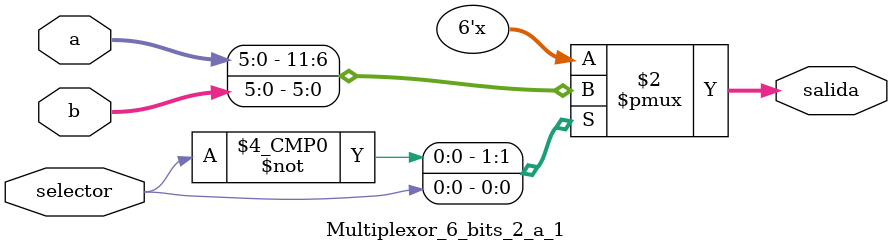
<source format=v>
module Multiplexor_6_bits_2_a_1 ( input [5:0] a, input [5:0] b, input selector,
                                  output reg [5:0] salida );

always @(*) begin
    case(selector)
        1'b0: salida = a;
        1'b1: salida = b;
    endcase
end

endmodule

</source>
